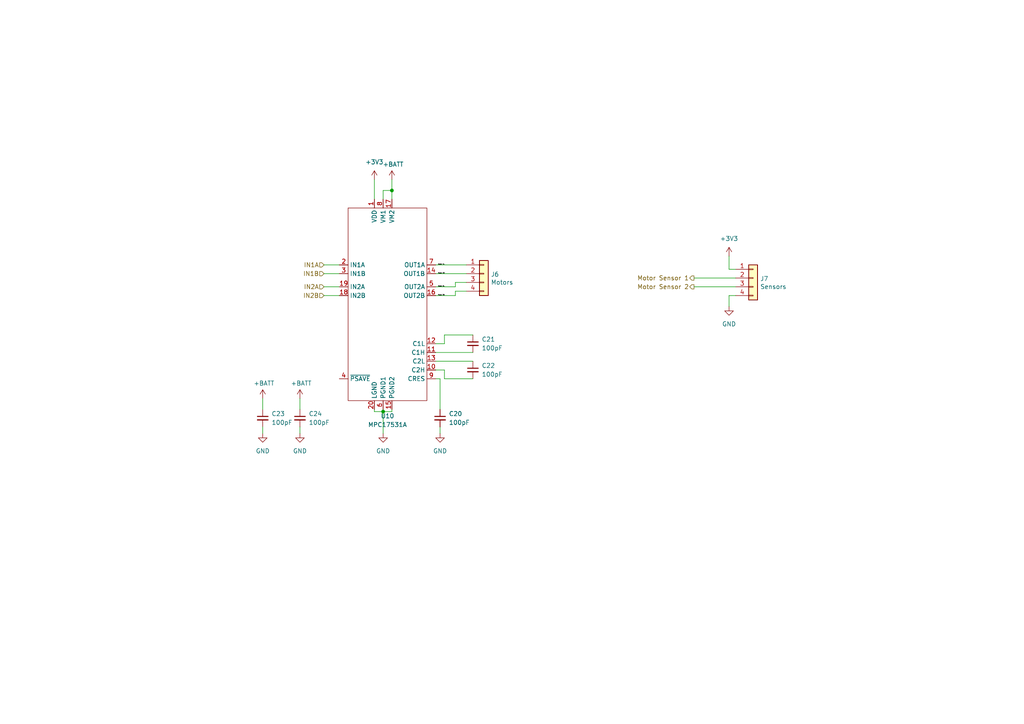
<source format=kicad_sch>
(kicad_sch (version 20210621) (generator eeschema)
  (paper "A4")
  (lib_symbols
    (symbol "Connector_Generic:Conn_01x04" (pin_names (offset 1.016) hide)
      (property "Reference" "J" (at 0 5.08 0))
      (property "Value" "Conn_01x04" (at 0 -7.62 0))
      (symbol "Conn_01x04_1_1"
        (rectangle (start -1.27 -4.953) (end 0 -5.207) (stroke (width 0.1524)))
        (rectangle (start -1.27 -2.413) (end 0 -2.667) (stroke (width 0.1524)))
        (rectangle (start -1.27 0.127) (end 0 -0.127) (stroke (width 0.1524)))
        (rectangle (start -1.27 2.667) (end 0 2.413) (stroke (width 0.1524)))
        (rectangle (start -1.27 3.81) (end 1.27 -6.35) (stroke (width 0.254)) (fill (type background)))
        (pin passive line (at -5.08 2.54 0) (length 3.81) (name "Pin_1") (number "1"))
        (pin passive line (at -5.08 0 0) (length 3.81) (name "Pin_2") (number "2"))
        (pin passive line (at -5.08 -2.54 0) (length 3.81) (name "Pin_3") (number "3"))
        (pin passive line (at -5.08 -5.08 0) (length 3.81) (name "Pin_4") (number "4"))
      )
    )
    (symbol "Device:C_Small" (pin_numbers hide) (pin_names (offset 0.254) hide)
      (property "Reference" "C" (at 0.254 1.778 0))
      (property "Value" "C_Small" (at 0.254 -2.032 0))
      (symbol "C_Small_0_1"
        (polyline (pts (xy -1.524 -0.508) (xy 1.524 -0.508)) (stroke (width 0.3302)))
        (polyline (pts (xy -1.524 0.508) (xy 1.524 0.508)) (stroke (width 0.3048)))
      )
      (symbol "C_Small_1_1"
        (pin passive line (at 0 2.54 270) (length 2.032) (name "~") (number "1"))
        (pin passive line (at 0 -2.54 90) (length 2.032) (name "~") (number "2"))
      )
    )
    (symbol "MPC17531ATEJ - H Bridge:MPC17531A"
      (property "Reference" "U" (at 0 -2.54 0))
      (property "Value" "MPC17531A" (at 0 2.54 0))
      (symbol "MPC17531A_0_1"
        (rectangle (start -10.16 30.48) (end 12.7 -25.4) (stroke (width 0.1524)))
      )
      (symbol "MPC17531A_1_1"
        (pin input line (at -2.54 33.02 270) (length 2.54) (name "VDD") (number "1"))
        (pin input line (at 15.24 -16.51 180) (length 2.54) (name "C2H") (number "10"))
        (pin input line (at 15.24 -11.43 180) (length 2.54) (name "C1H") (number "11"))
        (pin input line (at 15.24 -8.89 180) (length 2.54) (name "C1L") (number "12"))
        (pin input line (at 15.24 -13.97 180) (length 2.54) (name "C2L") (number "13"))
        (pin input line (at 15.24 11.43 180) (length 2.54) (name "OUT1B") (number "14"))
        (pin input line (at 2.54 -27.94 90) (length 2.54) (name "PGND2") (number "15"))
        (pin input line (at 15.24 5.08 180) (length 2.54) (name "OUT2B") (number "16"))
        (pin input line (at 2.54 33.02 270) (length 2.54) (name "VM2") (number "17"))
        (pin input line (at -12.7 5.08 0) (length 2.54) (name "IN2B") (number "18"))
        (pin input line (at -12.7 7.62 0) (length 2.54) (name "IN2A") (number "19"))
        (pin input line (at -12.7 13.97 0) (length 2.54) (name "IN1A") (number "2"))
        (pin input line (at -2.54 -27.94 90) (length 2.54) (name "LGND") (number "20"))
        (pin input line (at -12.7 11.43 0) (length 2.54) (name "IN1B") (number "3"))
        (pin input line (at -12.7 -19.05 0) (length 2.54) (name "~{PSAVE}") (number "4"))
        (pin input line (at 15.24 7.62 180) (length 2.54) (name "OUT2A") (number "5"))
        (pin input line (at 0 -27.94 90) (length 2.54) (name "PGND1") (number "6"))
        (pin input line (at 15.24 13.97 180) (length 2.54) (name "OUT1A") (number "7"))
        (pin input line (at 0 33.02 270) (length 2.54) (name "VM1") (number "8"))
        (pin input line (at 15.24 -19.05 180) (length 2.54) (name "CRES") (number "9"))
      )
    )
    (symbol "power:+3V3" (power) (pin_names (offset 0))
      (property "Value" "+3V3" (at 0 3.556 0))
      (symbol "+3V3_0_1"
        (polyline (pts (xy -0.762 1.27) (xy 0 2.54)))
        (polyline (pts (xy 0 0) (xy 0 2.54)))
        (polyline (pts (xy 0 2.54) (xy 0.762 1.27)))
      )
      (symbol "+3V3_1_1"
        (pin power_in line (at 0 0 90) (length 0) hide (name "+3V3") (number "1"))
      )
    )
    (symbol "power:+BATT" (power) (pin_names (offset 0))
      (property "Value" "+BATT" (at 0 3.556 0))
      (symbol "+BATT_0_1"
        (polyline (pts (xy -0.762 1.27) (xy 0 2.54)))
        (polyline (pts (xy 0 0) (xy 0 2.54)))
        (polyline (pts (xy 0 2.54) (xy 0.762 1.27)))
      )
      (symbol "+BATT_1_1"
        (pin power_in line (at 0 0 90) (length 0) hide (name "+BATT") (number "1"))
      )
    )
    (symbol "power:GND" (power) (pin_names (offset 0))
      (property "Value" "GND" (at 0 -3.81 0))
      (symbol "GND_0_1"
        (polyline (pts (xy 0 0) (xy 0 -1.27) (xy 1.27 -1.27) (xy 0 -2.54) (xy -1.27 -1.27) (xy 0 -1.27)))
      )
      (symbol "GND_1_1"
        (pin power_in line (at 0 0 270) (length 0) hide (name "GND") (number "1"))
      )
    )
  )
  (junction (at 111.125 119.38))
  (junction (at 113.665 55.245))
  (wire (pts (xy 76.2 115.57) (xy 76.2 118.745)))
  (wire (pts (xy 76.2 123.825) (xy 76.2 125.73)))
  (wire (pts (xy 86.995 115.57) (xy 86.995 118.745)))
  (wire (pts (xy 86.995 123.825) (xy 86.995 125.73)))
  (wire (pts (xy 93.98 76.835) (xy 98.425 76.835)))
  (wire (pts (xy 93.98 79.375) (xy 98.425 79.375)))
  (wire (pts (xy 93.98 83.185) (xy 98.425 83.185)))
  (wire (pts (xy 93.98 85.725) (xy 98.425 85.725)))
  (wire (pts (xy 108.585 52.07) (xy 108.585 57.785)))
  (wire (pts (xy 108.585 118.745) (xy 108.585 119.38)))
  (wire (pts (xy 108.585 119.38) (xy 111.125 119.38)))
  (wire (pts (xy 111.125 55.245) (xy 113.665 55.245)))
  (wire (pts (xy 111.125 57.785) (xy 111.125 55.245)))
  (wire (pts (xy 111.125 118.745) (xy 111.125 119.38)))
  (wire (pts (xy 111.125 119.38) (xy 111.125 125.73)))
  (wire (pts (xy 111.125 119.38) (xy 113.665 119.38)))
  (wire (pts (xy 113.665 52.07) (xy 113.665 55.245)))
  (wire (pts (xy 113.665 55.245) (xy 113.665 57.785)))
  (wire (pts (xy 113.665 118.745) (xy 113.665 119.38)))
  (wire (pts (xy 126.365 76.835) (xy 135.255 76.835)))
  (wire (pts (xy 126.365 79.375) (xy 135.255 79.375)))
  (wire (pts (xy 126.365 83.185) (xy 132.08 83.185)))
  (wire (pts (xy 126.365 85.725) (xy 132.08 85.725)))
  (wire (pts (xy 126.365 99.695) (xy 128.905 99.695)))
  (wire (pts (xy 126.365 102.235) (xy 137.16 102.235)))
  (wire (pts (xy 126.365 104.775) (xy 137.16 104.775)))
  (wire (pts (xy 126.365 107.315) (xy 128.905 107.315)))
  (wire (pts (xy 126.365 109.855) (xy 127.635 109.855)))
  (wire (pts (xy 127.635 109.855) (xy 127.635 118.745)))
  (wire (pts (xy 127.635 123.825) (xy 127.635 125.73)))
  (wire (pts (xy 128.905 97.155) (xy 137.16 97.155)))
  (wire (pts (xy 128.905 99.695) (xy 128.905 97.155)))
  (wire (pts (xy 128.905 107.315) (xy 128.905 109.855)))
  (wire (pts (xy 128.905 109.855) (xy 137.16 109.855)))
  (wire (pts (xy 132.08 81.915) (xy 132.08 83.185)))
  (wire (pts (xy 132.08 84.455) (xy 132.08 85.725)))
  (wire (pts (xy 135.255 81.915) (xy 132.08 81.915)))
  (wire (pts (xy 135.255 84.455) (xy 132.08 84.455)))
  (wire (pts (xy 201.295 80.645) (xy 213.36 80.645)))
  (wire (pts (xy 201.295 83.185) (xy 213.36 83.185)))
  (wire (pts (xy 211.455 78.105) (xy 211.455 74.295)))
  (wire (pts (xy 211.455 85.725) (xy 211.455 88.9)))
  (wire (pts (xy 213.36 78.105) (xy 211.455 78.105)))
  (wire (pts (xy 213.36 85.725) (xy 211.455 85.725)))
  (label "Motor 1A" (at 127 76.835 0) (effects (font (size 0.27 0.27))))
  (label "Motor 1B" (at 127 79.375 0) (effects (font (size 0.27 0.27))))
  (label "Motor 2A" (at 127 83.185 0) (effects (font (size 0.27 0.27))))
  (label "Motor 2B" (at 127 85.725 0) (effects (font (size 0.27 0.27))))
  (hierarchical_label "IN1A" (shape input) (at 93.98 76.835 180))
  (hierarchical_label "IN1B" (shape input) (at 93.98 79.375 180))
  (hierarchical_label "IN2A" (shape input) (at 93.98 83.185 180))
  (hierarchical_label "IN2B" (shape input) (at 93.98 85.725 180))
  (hierarchical_label "Motor Sensor 1" (shape output) (at 201.295 80.645 180))
  (hierarchical_label "Motor Sensor 2" (shape output) (at 201.295 83.185 180))
  (symbol (lib_id "power:+BATT") (at 76.2 115.57 0) (unit 1)
    (property "Reference" "#PWR0107" (effects hide))
    (property "Value" "+BATT" (at 76.581 111.1758 0))
  )
  (symbol (lib_id "power:+BATT") (at 86.995 115.57 0) (unit 1)
    (property "Reference" "#PWR0108" (effects hide))
    (property "Value" "+BATT" (at 87.376 111.1758 0))
  )
  (symbol (lib_id "power:+3V3") (at 108.585 52.07 0) (unit 1)
    (property "Reference" "#PWR0102" (effects hide))
    (property "Value" "+3V3" (at 108.585 46.99 0))
  )
  (symbol (lib_id "power:+BATT") (at 113.665 52.07 0) (unit 1)
    (property "Reference" "#PWR0101" (effects hide))
    (property "Value" "+BATT" (at 114.046 47.6758 0))
  )
  (symbol (lib_id "power:+3V3") (at 211.455 74.295 0) (unit 1)
    (property "Reference" "#PWR0118" (effects hide))
    (property "Value" "+3V3" (at 211.455 69.215 0))
  )
  (symbol (lib_id "power:GND") (at 76.2 125.73 0) (unit 1)
    (property "Reference" "#PWR0105" (effects hide))
    (property "Value" "GND" (at 76.2 130.81 0))
  )
  (symbol (lib_id "power:GND") (at 86.995 125.73 0) (unit 1)
    (property "Reference" "#PWR0106" (effects hide))
    (property "Value" "GND" (at 86.995 130.81 0))
  )
  (symbol (lib_id "power:GND") (at 111.125 125.73 0) (unit 1)
    (property "Reference" "#PWR0103" (effects hide))
    (property "Value" "GND" (at 111.125 130.81 0))
  )
  (symbol (lib_id "power:GND") (at 127.635 125.73 0) (unit 1)
    (property "Reference" "#PWR0104" (effects hide))
    (property "Value" "GND" (at 127.635 130.81 0))
  )
  (symbol (lib_id "power:GND") (at 211.455 88.9 0) (unit 1)
    (property "Reference" "#PWR0117" (effects hide))
    (property "Value" "GND" (at 211.455 93.98 0))
  )
  (symbol (lib_id "Device:C_Small") (at 76.2 121.285 0) (unit 1)
    (property "Reference" "C23" (at 78.74 120.0149 0) (effects (justify left)))
    (property "Value" "100pF" (at 78.74 122.5549 0) (effects (justify left)))
    (property "Footprint" "Capacitor_SMD:C_0805_2012Metric_Pad1.18x1.45mm_HandSolder" (effects hide))
  )
  (symbol (lib_id "Device:C_Small") (at 86.995 121.285 0) (unit 1)
    (property "Reference" "C24" (at 89.535 120.0149 0) (effects (justify left)))
    (property "Value" "100pF" (at 89.535 122.5549 0) (effects (justify left)))
    (property "Footprint" "Capacitor_SMD:C_0805_2012Metric_Pad1.18x1.45mm_HandSolder" (effects hide))
  )
  (symbol (lib_id "Device:C_Small") (at 127.635 121.285 0) (unit 1)
    (property "Reference" "C20" (at 130.175 120.0149 0) (effects (justify left)))
    (property "Value" "100pF" (at 130.175 122.5549 0) (effects (justify left)))
    (property "Footprint" "Capacitor_SMD:C_0805_2012Metric_Pad1.18x1.45mm_HandSolder" (effects hide))
  )
  (symbol (lib_id "Device:C_Small") (at 137.16 99.695 0) (unit 1)
    (property "Reference" "C21" (at 139.7 98.4249 0) (effects (justify left)))
    (property "Value" "100pF" (at 139.7 100.9649 0) (effects (justify left)))
    (property "Footprint" "Capacitor_SMD:C_0805_2012Metric_Pad1.18x1.45mm_HandSolder" (effects hide))
  )
  (symbol (lib_id "Device:C_Small") (at 137.16 107.315 0) (unit 1)
    (property "Reference" "C22" (at 139.7 106.0449 0) (effects (justify left)))
    (property "Value" "100pF" (at 139.7 108.5849 0) (effects (justify left)))
    (property "Footprint" "Capacitor_SMD:C_0805_2012Metric_Pad1.18x1.45mm_HandSolder" (effects hide))
  )
  (symbol (lib_id "Connector_Generic:Conn_01x04") (at 140.335 79.375 0) (unit 1)
    (property "Reference" "J6" (at 142.367 79.5782 0) (effects (justify left)))
    (property "Value" "Motors" (at 142.367 81.8896 0) (effects (justify left)))
    (property "Footprint" "Connector_JST:JST_XH_B4B-XH-A_1x04_P2.50mm_Vertical" (effects hide))
  )
  (symbol (lib_id "Connector_Generic:Conn_01x04") (at 218.44 80.645 0) (unit 1)
    (property "Reference" "J7" (at 220.472 80.8482 0) (effects (justify left)))
    (property "Value" "Sensors" (at 220.472 83.1596 0) (effects (justify left)))
    (property "Footprint" "Connector_JST:JST_XH_B4B-XH-A_1x04_P2.50mm_Vertical" (effects hide))
  )
  (symbol (lib_id "MPC17531ATEJ - H Bridge:MPC17531A") (at 111.125 90.805 0) (unit 1)
    (property "Reference" "U10" (at 112.395 120.65 0))
    (property "Value" "MPC17531A" (at 112.395 123.19 0))
    (property "Footprint" "Package_SO:HTSSOP-20-1EP_4.4x6.5mm_P0.65mm_EP3.4x6.5mm_Mask2.75x3.43mm_ThermalVias_HandSolder" (effects hide))
    (property "Datasheet" "https://www.farnell.com/datasheets/2293438.pdf" (effects hide))
    (property "Farnell" "2890075" (effects hide))
  )
)
</source>
